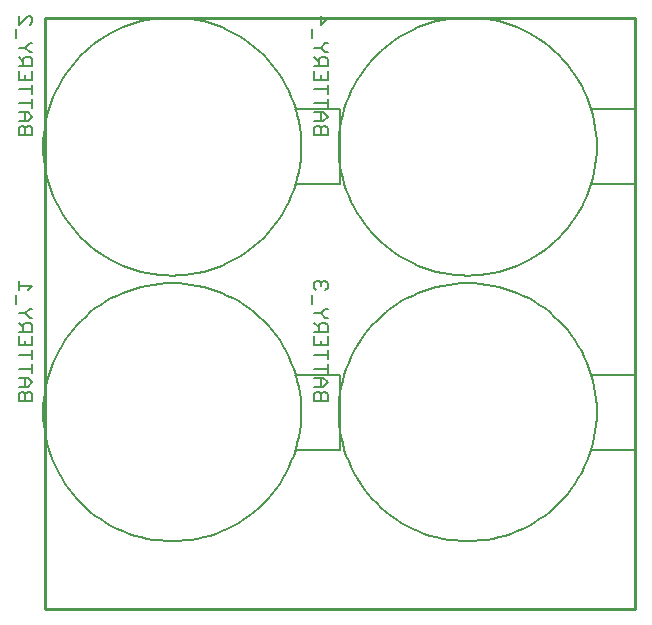
<source format=gbo>
G75*
G70*
%OFA0B0*%
%FSLAX24Y24*%
%IPPOS*%
%LPD*%
%AMOC8*
5,1,8,0,0,1.08239X$1,22.5*
%
%ADD10C,0.0100*%
%ADD11C,0.0050*%
D10*
X001167Y001356D02*
X001167Y021031D01*
X020842Y021031D01*
X020842Y021056D01*
X020842Y021031D02*
X020842Y001356D01*
X001167Y001356D01*
D11*
X001117Y007906D02*
X001122Y008117D01*
X001138Y008327D01*
X001164Y008537D01*
X001200Y008745D01*
X001246Y008951D01*
X001302Y009154D01*
X001368Y009355D01*
X001444Y009552D01*
X001530Y009744D01*
X001625Y009933D01*
X001729Y010117D01*
X001842Y010295D01*
X001963Y010468D01*
X002093Y010634D01*
X002231Y010794D01*
X002376Y010947D01*
X002529Y011092D01*
X002689Y011230D01*
X002855Y011360D01*
X003028Y011481D01*
X003206Y011594D01*
X003390Y011698D01*
X003579Y011793D01*
X003771Y011879D01*
X003968Y011955D01*
X004169Y012021D01*
X004372Y012077D01*
X004578Y012123D01*
X004786Y012159D01*
X004996Y012185D01*
X005206Y012201D01*
X005417Y012206D01*
X005628Y012201D01*
X005838Y012185D01*
X006048Y012159D01*
X006256Y012123D01*
X006462Y012077D01*
X006665Y012021D01*
X006866Y011955D01*
X007063Y011879D01*
X007255Y011793D01*
X007444Y011698D01*
X007628Y011594D01*
X007806Y011481D01*
X007979Y011360D01*
X008145Y011230D01*
X008305Y011092D01*
X008458Y010947D01*
X008603Y010794D01*
X008741Y010634D01*
X008871Y010468D01*
X008992Y010295D01*
X009105Y010117D01*
X009209Y009933D01*
X009304Y009744D01*
X009390Y009552D01*
X009466Y009355D01*
X009532Y009154D01*
X009588Y008951D01*
X009634Y008745D01*
X009670Y008537D01*
X009696Y008327D01*
X009712Y008117D01*
X009717Y007906D01*
X009712Y007695D01*
X009696Y007485D01*
X009670Y007275D01*
X009634Y007067D01*
X009588Y006861D01*
X009532Y006658D01*
X009466Y006457D01*
X009390Y006260D01*
X009304Y006068D01*
X009209Y005879D01*
X009105Y005695D01*
X008992Y005517D01*
X008871Y005344D01*
X008741Y005178D01*
X008603Y005018D01*
X008458Y004865D01*
X008305Y004720D01*
X008145Y004582D01*
X007979Y004452D01*
X007806Y004331D01*
X007628Y004218D01*
X007444Y004114D01*
X007255Y004019D01*
X007063Y003933D01*
X006866Y003857D01*
X006665Y003791D01*
X006462Y003735D01*
X006256Y003689D01*
X006048Y003653D01*
X005838Y003627D01*
X005628Y003611D01*
X005417Y003606D01*
X005206Y003611D01*
X004996Y003627D01*
X004786Y003653D01*
X004578Y003689D01*
X004372Y003735D01*
X004169Y003791D01*
X003968Y003857D01*
X003771Y003933D01*
X003579Y004019D01*
X003390Y004114D01*
X003206Y004218D01*
X003028Y004331D01*
X002855Y004452D01*
X002689Y004582D01*
X002529Y004720D01*
X002376Y004865D01*
X002231Y005018D01*
X002093Y005178D01*
X001963Y005344D01*
X001842Y005517D01*
X001729Y005695D01*
X001625Y005879D01*
X001530Y006068D01*
X001444Y006260D01*
X001368Y006457D01*
X001302Y006658D01*
X001246Y006861D01*
X001200Y007067D01*
X001164Y007275D01*
X001138Y007485D01*
X001122Y007695D01*
X001117Y007906D01*
X000742Y008287D02*
X000742Y008512D01*
X000667Y008588D01*
X000592Y008588D01*
X000517Y008512D01*
X000517Y008287D01*
X000292Y008287D02*
X000742Y008287D01*
X000517Y008512D02*
X000442Y008588D01*
X000367Y008588D01*
X000292Y008512D01*
X000292Y008287D01*
X000292Y008748D02*
X000592Y008748D01*
X000742Y008898D01*
X000592Y009048D01*
X000292Y009048D01*
X000517Y009048D02*
X000517Y008748D01*
X000742Y009208D02*
X000742Y009508D01*
X000742Y009358D02*
X000292Y009358D01*
X000742Y009668D02*
X000742Y009969D01*
X000742Y009819D02*
X000292Y009819D01*
X000292Y010129D02*
X000292Y010429D01*
X000292Y010589D02*
X000742Y010589D01*
X000742Y010814D01*
X000667Y010890D01*
X000517Y010890D01*
X000442Y010814D01*
X000442Y010589D01*
X000442Y010739D02*
X000292Y010890D01*
X000517Y011200D02*
X000667Y011050D01*
X000742Y011050D01*
X000517Y011200D02*
X000292Y011200D01*
X000517Y011200D02*
X000667Y011350D01*
X000742Y011350D01*
X000592Y011970D02*
X000742Y012121D01*
X000292Y012121D01*
X000292Y012271D02*
X000292Y011970D01*
X000217Y011810D02*
X000217Y011510D01*
X000742Y010429D02*
X000742Y010129D01*
X000292Y010129D01*
X000517Y010129D02*
X000517Y010279D01*
X001117Y016756D02*
X001122Y016967D01*
X001138Y017177D01*
X001164Y017387D01*
X001200Y017595D01*
X001246Y017801D01*
X001302Y018004D01*
X001368Y018205D01*
X001444Y018402D01*
X001530Y018594D01*
X001625Y018783D01*
X001729Y018967D01*
X001842Y019145D01*
X001963Y019318D01*
X002093Y019484D01*
X002231Y019644D01*
X002376Y019797D01*
X002529Y019942D01*
X002689Y020080D01*
X002855Y020210D01*
X003028Y020331D01*
X003206Y020444D01*
X003390Y020548D01*
X003579Y020643D01*
X003771Y020729D01*
X003968Y020805D01*
X004169Y020871D01*
X004372Y020927D01*
X004578Y020973D01*
X004786Y021009D01*
X004996Y021035D01*
X005206Y021051D01*
X005417Y021056D01*
X005628Y021051D01*
X005838Y021035D01*
X006048Y021009D01*
X006256Y020973D01*
X006462Y020927D01*
X006665Y020871D01*
X006866Y020805D01*
X007063Y020729D01*
X007255Y020643D01*
X007444Y020548D01*
X007628Y020444D01*
X007806Y020331D01*
X007979Y020210D01*
X008145Y020080D01*
X008305Y019942D01*
X008458Y019797D01*
X008603Y019644D01*
X008741Y019484D01*
X008871Y019318D01*
X008992Y019145D01*
X009105Y018967D01*
X009209Y018783D01*
X009304Y018594D01*
X009390Y018402D01*
X009466Y018205D01*
X009532Y018004D01*
X009588Y017801D01*
X009634Y017595D01*
X009670Y017387D01*
X009696Y017177D01*
X009712Y016967D01*
X009717Y016756D01*
X009712Y016545D01*
X009696Y016335D01*
X009670Y016125D01*
X009634Y015917D01*
X009588Y015711D01*
X009532Y015508D01*
X009466Y015307D01*
X009390Y015110D01*
X009304Y014918D01*
X009209Y014729D01*
X009105Y014545D01*
X008992Y014367D01*
X008871Y014194D01*
X008741Y014028D01*
X008603Y013868D01*
X008458Y013715D01*
X008305Y013570D01*
X008145Y013432D01*
X007979Y013302D01*
X007806Y013181D01*
X007628Y013068D01*
X007444Y012964D01*
X007255Y012869D01*
X007063Y012783D01*
X006866Y012707D01*
X006665Y012641D01*
X006462Y012585D01*
X006256Y012539D01*
X006048Y012503D01*
X005838Y012477D01*
X005628Y012461D01*
X005417Y012456D01*
X005206Y012461D01*
X004996Y012477D01*
X004786Y012503D01*
X004578Y012539D01*
X004372Y012585D01*
X004169Y012641D01*
X003968Y012707D01*
X003771Y012783D01*
X003579Y012869D01*
X003390Y012964D01*
X003206Y013068D01*
X003028Y013181D01*
X002855Y013302D01*
X002689Y013432D01*
X002529Y013570D01*
X002376Y013715D01*
X002231Y013868D01*
X002093Y014028D01*
X001963Y014194D01*
X001842Y014367D01*
X001729Y014545D01*
X001625Y014729D01*
X001530Y014918D01*
X001444Y015110D01*
X001368Y015307D01*
X001302Y015508D01*
X001246Y015711D01*
X001200Y015917D01*
X001164Y016125D01*
X001138Y016335D01*
X001122Y016545D01*
X001117Y016756D01*
X000742Y017137D02*
X000742Y017362D01*
X000667Y017438D01*
X000592Y017438D01*
X000517Y017362D01*
X000517Y017137D01*
X000292Y017137D02*
X000742Y017137D01*
X000517Y017362D02*
X000442Y017438D01*
X000367Y017438D01*
X000292Y017362D01*
X000292Y017137D01*
X000292Y017598D02*
X000592Y017598D01*
X000742Y017748D01*
X000592Y017898D01*
X000292Y017898D01*
X000517Y017898D02*
X000517Y017598D01*
X000742Y018058D02*
X000742Y018358D01*
X000742Y018208D02*
X000292Y018208D01*
X000292Y018669D02*
X000742Y018669D01*
X000742Y018819D02*
X000742Y018518D01*
X000742Y018979D02*
X000292Y018979D01*
X000292Y019279D01*
X000292Y019439D02*
X000742Y019439D01*
X000742Y019664D01*
X000667Y019740D01*
X000517Y019740D01*
X000442Y019664D01*
X000442Y019439D01*
X000442Y019589D02*
X000292Y019740D01*
X000517Y020050D02*
X000667Y019900D01*
X000742Y019900D01*
X000517Y020050D02*
X000292Y020050D01*
X000517Y020050D02*
X000667Y020200D01*
X000742Y020200D01*
X000217Y020360D02*
X000217Y020660D01*
X000292Y020820D02*
X000592Y021121D01*
X000667Y021121D01*
X000742Y021046D01*
X000742Y020896D01*
X000667Y020820D01*
X000292Y020820D02*
X000292Y021121D01*
X000742Y019279D02*
X000742Y018979D01*
X000517Y018979D02*
X000517Y019129D01*
X009517Y018006D02*
X011017Y018006D01*
X011017Y015506D01*
X009517Y015506D01*
X010142Y017137D02*
X010142Y017362D01*
X010217Y017438D01*
X010292Y017438D01*
X010367Y017362D01*
X010367Y017137D01*
X010592Y017137D02*
X010592Y017362D01*
X010517Y017438D01*
X010442Y017438D01*
X010367Y017362D01*
X010367Y017598D02*
X010367Y017898D01*
X010442Y017898D02*
X010142Y017898D01*
X010442Y017898D02*
X010592Y017748D01*
X010442Y017598D01*
X010142Y017598D01*
X010142Y017137D02*
X010592Y017137D01*
X010592Y018058D02*
X010592Y018358D01*
X010592Y018208D02*
X010142Y018208D01*
X010142Y018669D02*
X010592Y018669D01*
X010592Y018819D02*
X010592Y018518D01*
X010592Y018979D02*
X010142Y018979D01*
X010142Y019279D01*
X010142Y019439D02*
X010592Y019439D01*
X010592Y019664D01*
X010517Y019740D01*
X010367Y019740D01*
X010292Y019664D01*
X010292Y019439D01*
X010292Y019589D02*
X010142Y019740D01*
X010142Y020050D02*
X010367Y020050D01*
X010517Y020200D01*
X010592Y020200D01*
X010367Y020050D02*
X010517Y019900D01*
X010592Y019900D01*
X010067Y020360D02*
X010067Y020660D01*
X010367Y020820D02*
X010367Y021121D01*
X010592Y021046D02*
X010367Y020820D01*
X010142Y021046D02*
X010592Y021046D01*
X010592Y019279D02*
X010592Y018979D01*
X010367Y018979D02*
X010367Y019129D01*
X010967Y016756D02*
X010972Y016967D01*
X010988Y017177D01*
X011014Y017387D01*
X011050Y017595D01*
X011096Y017801D01*
X011152Y018004D01*
X011218Y018205D01*
X011294Y018402D01*
X011380Y018594D01*
X011475Y018783D01*
X011579Y018967D01*
X011692Y019145D01*
X011813Y019318D01*
X011943Y019484D01*
X012081Y019644D01*
X012226Y019797D01*
X012379Y019942D01*
X012539Y020080D01*
X012705Y020210D01*
X012878Y020331D01*
X013056Y020444D01*
X013240Y020548D01*
X013429Y020643D01*
X013621Y020729D01*
X013818Y020805D01*
X014019Y020871D01*
X014222Y020927D01*
X014428Y020973D01*
X014636Y021009D01*
X014846Y021035D01*
X015056Y021051D01*
X015267Y021056D01*
X015478Y021051D01*
X015688Y021035D01*
X015898Y021009D01*
X016106Y020973D01*
X016312Y020927D01*
X016515Y020871D01*
X016716Y020805D01*
X016913Y020729D01*
X017105Y020643D01*
X017294Y020548D01*
X017478Y020444D01*
X017656Y020331D01*
X017829Y020210D01*
X017995Y020080D01*
X018155Y019942D01*
X018308Y019797D01*
X018453Y019644D01*
X018591Y019484D01*
X018721Y019318D01*
X018842Y019145D01*
X018955Y018967D01*
X019059Y018783D01*
X019154Y018594D01*
X019240Y018402D01*
X019316Y018205D01*
X019382Y018004D01*
X019438Y017801D01*
X019484Y017595D01*
X019520Y017387D01*
X019546Y017177D01*
X019562Y016967D01*
X019567Y016756D01*
X019562Y016545D01*
X019546Y016335D01*
X019520Y016125D01*
X019484Y015917D01*
X019438Y015711D01*
X019382Y015508D01*
X019316Y015307D01*
X019240Y015110D01*
X019154Y014918D01*
X019059Y014729D01*
X018955Y014545D01*
X018842Y014367D01*
X018721Y014194D01*
X018591Y014028D01*
X018453Y013868D01*
X018308Y013715D01*
X018155Y013570D01*
X017995Y013432D01*
X017829Y013302D01*
X017656Y013181D01*
X017478Y013068D01*
X017294Y012964D01*
X017105Y012869D01*
X016913Y012783D01*
X016716Y012707D01*
X016515Y012641D01*
X016312Y012585D01*
X016106Y012539D01*
X015898Y012503D01*
X015688Y012477D01*
X015478Y012461D01*
X015267Y012456D01*
X015056Y012461D01*
X014846Y012477D01*
X014636Y012503D01*
X014428Y012539D01*
X014222Y012585D01*
X014019Y012641D01*
X013818Y012707D01*
X013621Y012783D01*
X013429Y012869D01*
X013240Y012964D01*
X013056Y013068D01*
X012878Y013181D01*
X012705Y013302D01*
X012539Y013432D01*
X012379Y013570D01*
X012226Y013715D01*
X012081Y013868D01*
X011943Y014028D01*
X011813Y014194D01*
X011692Y014367D01*
X011579Y014545D01*
X011475Y014729D01*
X011380Y014918D01*
X011294Y015110D01*
X011218Y015307D01*
X011152Y015508D01*
X011096Y015711D01*
X011050Y015917D01*
X011014Y016125D01*
X010988Y016335D01*
X010972Y016545D01*
X010967Y016756D01*
X010517Y012271D02*
X010442Y012271D01*
X010367Y012196D01*
X010292Y012271D01*
X010217Y012271D01*
X010142Y012196D01*
X010142Y012046D01*
X010217Y011970D01*
X010367Y012121D02*
X010367Y012196D01*
X010517Y012271D02*
X010592Y012196D01*
X010592Y012046D01*
X010517Y011970D01*
X010067Y011810D02*
X010067Y011510D01*
X010142Y011200D02*
X010367Y011200D01*
X010517Y011350D01*
X010592Y011350D01*
X010367Y011200D02*
X010517Y011050D01*
X010592Y011050D01*
X010517Y010890D02*
X010367Y010890D01*
X010292Y010814D01*
X010292Y010589D01*
X010142Y010589D02*
X010592Y010589D01*
X010592Y010814D01*
X010517Y010890D01*
X010292Y010739D02*
X010142Y010890D01*
X010142Y010429D02*
X010142Y010129D01*
X010592Y010129D01*
X010592Y010429D01*
X010367Y010279D02*
X010367Y010129D01*
X010592Y009969D02*
X010592Y009668D01*
X010592Y009819D02*
X010142Y009819D01*
X010592Y009508D02*
X010592Y009208D01*
X010592Y009358D02*
X010142Y009358D01*
X010142Y009048D02*
X010442Y009048D01*
X010592Y008898D01*
X010442Y008748D01*
X010142Y008748D01*
X010217Y008588D02*
X010142Y008512D01*
X010142Y008287D01*
X010592Y008287D01*
X010592Y008512D01*
X010517Y008588D01*
X010442Y008588D01*
X010367Y008512D01*
X010367Y008287D01*
X010367Y008512D02*
X010292Y008588D01*
X010217Y008588D01*
X010367Y008748D02*
X010367Y009048D01*
X011017Y009156D02*
X011017Y006656D01*
X009517Y006656D01*
X009517Y009156D02*
X011017Y009156D01*
X010967Y007906D02*
X010972Y008117D01*
X010988Y008327D01*
X011014Y008537D01*
X011050Y008745D01*
X011096Y008951D01*
X011152Y009154D01*
X011218Y009355D01*
X011294Y009552D01*
X011380Y009744D01*
X011475Y009933D01*
X011579Y010117D01*
X011692Y010295D01*
X011813Y010468D01*
X011943Y010634D01*
X012081Y010794D01*
X012226Y010947D01*
X012379Y011092D01*
X012539Y011230D01*
X012705Y011360D01*
X012878Y011481D01*
X013056Y011594D01*
X013240Y011698D01*
X013429Y011793D01*
X013621Y011879D01*
X013818Y011955D01*
X014019Y012021D01*
X014222Y012077D01*
X014428Y012123D01*
X014636Y012159D01*
X014846Y012185D01*
X015056Y012201D01*
X015267Y012206D01*
X015478Y012201D01*
X015688Y012185D01*
X015898Y012159D01*
X016106Y012123D01*
X016312Y012077D01*
X016515Y012021D01*
X016716Y011955D01*
X016913Y011879D01*
X017105Y011793D01*
X017294Y011698D01*
X017478Y011594D01*
X017656Y011481D01*
X017829Y011360D01*
X017995Y011230D01*
X018155Y011092D01*
X018308Y010947D01*
X018453Y010794D01*
X018591Y010634D01*
X018721Y010468D01*
X018842Y010295D01*
X018955Y010117D01*
X019059Y009933D01*
X019154Y009744D01*
X019240Y009552D01*
X019316Y009355D01*
X019382Y009154D01*
X019438Y008951D01*
X019484Y008745D01*
X019520Y008537D01*
X019546Y008327D01*
X019562Y008117D01*
X019567Y007906D01*
X019562Y007695D01*
X019546Y007485D01*
X019520Y007275D01*
X019484Y007067D01*
X019438Y006861D01*
X019382Y006658D01*
X019316Y006457D01*
X019240Y006260D01*
X019154Y006068D01*
X019059Y005879D01*
X018955Y005695D01*
X018842Y005517D01*
X018721Y005344D01*
X018591Y005178D01*
X018453Y005018D01*
X018308Y004865D01*
X018155Y004720D01*
X017995Y004582D01*
X017829Y004452D01*
X017656Y004331D01*
X017478Y004218D01*
X017294Y004114D01*
X017105Y004019D01*
X016913Y003933D01*
X016716Y003857D01*
X016515Y003791D01*
X016312Y003735D01*
X016106Y003689D01*
X015898Y003653D01*
X015688Y003627D01*
X015478Y003611D01*
X015267Y003606D01*
X015056Y003611D01*
X014846Y003627D01*
X014636Y003653D01*
X014428Y003689D01*
X014222Y003735D01*
X014019Y003791D01*
X013818Y003857D01*
X013621Y003933D01*
X013429Y004019D01*
X013240Y004114D01*
X013056Y004218D01*
X012878Y004331D01*
X012705Y004452D01*
X012539Y004582D01*
X012379Y004720D01*
X012226Y004865D01*
X012081Y005018D01*
X011943Y005178D01*
X011813Y005344D01*
X011692Y005517D01*
X011579Y005695D01*
X011475Y005879D01*
X011380Y006068D01*
X011294Y006260D01*
X011218Y006457D01*
X011152Y006658D01*
X011096Y006861D01*
X011050Y007067D01*
X011014Y007275D01*
X010988Y007485D01*
X010972Y007695D01*
X010967Y007906D01*
X019367Y009156D02*
X020867Y009156D01*
X020867Y006656D01*
X019367Y006656D01*
X019367Y015506D02*
X020867Y015506D01*
X020867Y018006D01*
X019367Y018006D01*
M02*

</source>
